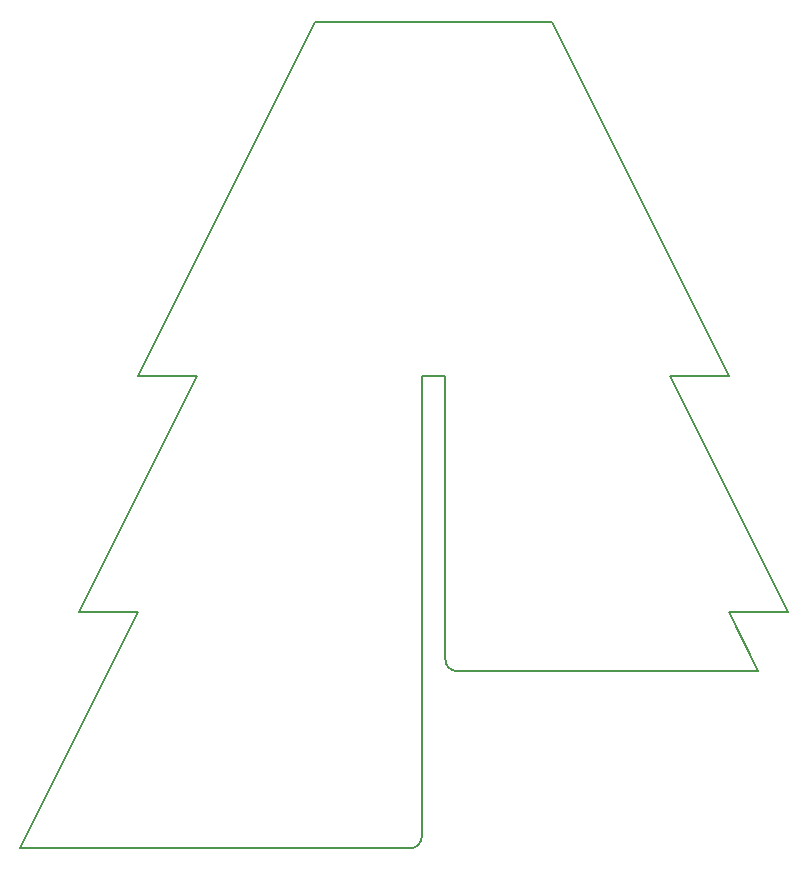
<source format=gm1>
G04 #@! TF.FileFunction,Profile,NP*
%FSLAX46Y46*%
G04 Gerber Fmt 4.6, Leading zero omitted, Abs format (unit mm)*
G04 Created by KiCad (PCBNEW 4.0.0-rc1-stable) date 19/10/2016 22:39:26*
%MOMM*%
G01*
G04 APERTURE LIST*
%ADD10C,0.100000*%
%ADD11C,0.150000*%
G04 APERTURE END LIST*
D10*
D11*
X58000000Y-170000000D02*
G75*
G03X59000000Y-169000000I0J1000000D01*
G01*
X50000000Y-100000000D02*
X70000000Y-100000000D01*
X61000000Y-154000000D02*
G75*
G03X62000000Y-155000000I1000000J0D01*
G01*
X61000000Y-130000000D02*
X59000000Y-130000000D01*
X61000000Y-130000000D02*
X61000000Y-154000000D01*
X87500000Y-155000000D02*
X62000000Y-155000000D01*
X59000000Y-130000000D02*
X59000000Y-169000000D01*
X85000000Y-150000000D02*
X87500000Y-155000000D01*
X58000000Y-170000000D02*
X25000000Y-170000000D01*
X35000000Y-130000000D02*
X50000000Y-100000000D01*
X40000000Y-130000000D02*
X35000000Y-130000000D01*
X30000000Y-150000000D02*
X40000000Y-130000000D01*
X35000000Y-150000000D02*
X30000000Y-150000000D01*
X25000000Y-170000000D02*
X35000000Y-150000000D01*
X90000000Y-150000000D02*
X85000000Y-150000000D01*
X80000000Y-130000000D02*
X90000000Y-150000000D01*
X85000000Y-130000000D02*
X80000000Y-130000000D01*
X70000000Y-100000000D02*
X85000000Y-130000000D01*
M02*

</source>
